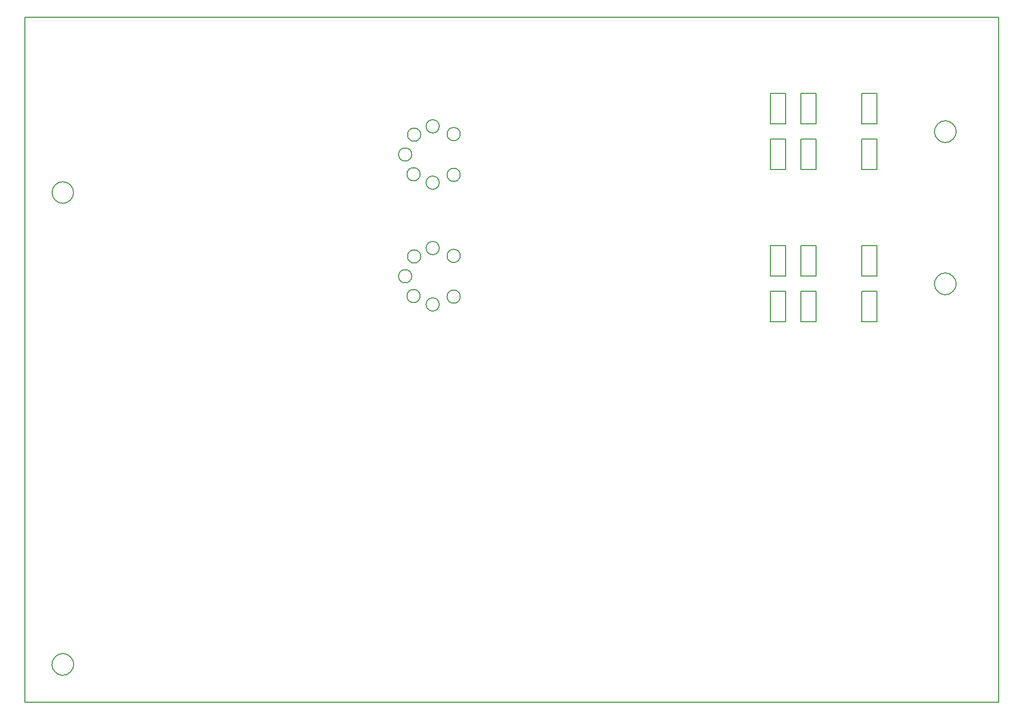
<source format=gbr>
G04 DesignSpark PCB Gerber Version 12.0 Build 5941*
G04 #@! TF.Part,Single*
%FSLAX35Y35*%
%MOIN*%
%ADD21C,0.00500*%
G04 #@! TD.AperFunction*
X0Y0D02*
D02*
D21*
X20250Y30250D02*
G75*
G03*
X30250Y20250I5000J-5000D01*
G01*
G75*
G03*
X20250Y30250I-5000J5000D01*
G01*
Y340250D02*
G75*
G03*
X30250Y330250I5000J-5000D01*
G01*
G75*
G03*
X20250Y340250I-5000J5000D01*
G01*
X245919Y280250D02*
G75*
G03*
X254581I4331J0D01*
G01*
G75*
G03*
X245919I-4331J0D01*
G01*
Y360250D02*
G75*
G03*
X254581I4331J0D01*
G01*
G75*
G03*
X245919I-4331J0D01*
G01*
X251431Y267258D02*
G75*
G03*
X260093I4331J0D01*
G01*
G75*
G03*
X251431I-4331J0D01*
G01*
Y347258D02*
G75*
G03*
X260093I4331J0D01*
G01*
G75*
G03*
X251431I-4331J0D01*
G01*
X251825Y293242D02*
G75*
G03*
X260486I4331J0D01*
G01*
G75*
G03*
X251825I-4331J0D01*
G01*
Y373242D02*
G75*
G03*
X260486I4331J0D01*
G01*
G75*
G03*
X251825I-4331J0D01*
G01*
X264030Y261746D02*
G75*
G03*
X272691I4331J0D01*
G01*
G75*
G03*
X264030I-4331J0D01*
G01*
Y298754D02*
G75*
G03*
X272691I4331J0D01*
G01*
G75*
G03*
X264030I-4331J0D01*
G01*
Y341746D02*
G75*
G03*
X272691I4331J0D01*
G01*
G75*
G03*
X264030I-4331J0D01*
G01*
Y378754D02*
G75*
G03*
X272691I4331J0D01*
G01*
G75*
G03*
X264030I-4331J0D01*
G01*
X277809Y266864D02*
G75*
G03*
X286470I4331J0D01*
G01*
G75*
G03*
X277809I-4331J0D01*
G01*
Y293636D02*
G75*
G03*
X286470I4331J0D01*
G01*
G75*
G03*
X277809I-4331J0D01*
G01*
Y346864D02*
G75*
G03*
X286470I4331J0D01*
G01*
G75*
G03*
X277809I-4331J0D01*
G01*
Y373636D02*
G75*
G03*
X286470I4331J0D01*
G01*
G75*
G03*
X277809I-4331J0D01*
G01*
X490250Y270250D02*
X500250D01*
Y250250D01*
X490250D01*
Y270250D01*
Y300250D02*
X500250D01*
Y280250D01*
X490250D01*
Y300250D01*
Y370250D02*
X500250D01*
Y350250D01*
X490250D01*
Y370250D01*
Y400250D02*
X500250D01*
Y380250D01*
X490250D01*
Y400250D01*
X510250Y270250D02*
X520250D01*
Y250250D01*
X510250D01*
Y270250D01*
Y300250D02*
X520250D01*
Y280250D01*
X510250D01*
Y300250D01*
Y370250D02*
X520250D01*
Y350250D01*
X510250D01*
Y370250D01*
Y400250D02*
X520250D01*
Y380250D01*
X510250D01*
Y400250D01*
X550250Y270250D02*
X560250D01*
Y250250D01*
X550250D01*
Y270250D01*
Y300250D02*
X560250D01*
Y280250D01*
X550250D01*
Y300250D01*
Y370250D02*
X560250D01*
Y350250D01*
X550250D01*
Y370250D01*
Y400250D02*
X560250D01*
Y380250D01*
X550250D01*
Y400250D01*
X600250Y280250D02*
G75*
G03*
X610250Y270250I5000J-5000D01*
G01*
G75*
G03*
X600250Y280250I-5000J5000D01*
G01*
Y380250D02*
G75*
G03*
X610250Y370250I5000J-5000D01*
G01*
G75*
G03*
X600250Y380250I-5000J5000D01*
G01*
X640250Y250D02*
Y450250D01*
X250D01*
Y250D01*
X640250D01*
X0Y0D02*
M02*

</source>
